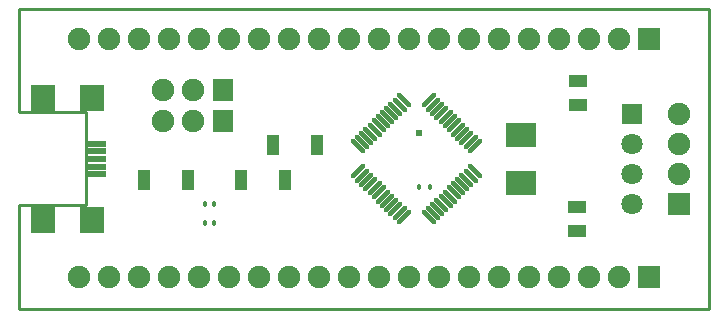
<source format=gts>
G04*
G04 #@! TF.GenerationSoftware,Altium Limited,Altium Designer,20.0.13 (296)*
G04*
G04 Layer_Color=8388736*
%FSLAX24Y24*%
%MOIN*%
G70*
G01*
G75*
%ADD10C,0.0100*%
%ADD21R,0.0640X0.0197*%
%ADD22R,0.0788X0.0867*%
G04:AMPARAMS|DCode=23|XSize=63mil|YSize=14.6mil|CornerRadius=0mil|HoleSize=0mil|Usage=FLASHONLY|Rotation=135.000|XOffset=0mil|YOffset=0mil|HoleType=Round|Shape=Round|*
%AMOVALD23*
21,1,0.0484,0.0146,0.0000,0.0000,135.0*
1,1,0.0146,0.0171,-0.0171*
1,1,0.0146,-0.0171,0.0171*
%
%ADD23OVALD23*%

G04:AMPARAMS|DCode=24|XSize=14.6mil|YSize=63mil|CornerRadius=0mil|HoleSize=0mil|Usage=FLASHONLY|Rotation=135.000|XOffset=0mil|YOffset=0mil|HoleType=Round|Shape=Round|*
%AMOVALD24*
21,1,0.0484,0.0146,0.0000,0.0000,225.0*
1,1,0.0146,0.0171,0.0171*
1,1,0.0146,-0.0171,-0.0171*
%
%ADD24OVALD24*%

%ADD25R,0.0434X0.0709*%
%ADD26R,0.0591X0.0434*%
%ADD27R,0.0985X0.0788*%
%ADD28R,0.0660X0.0749*%
%ADD29C,0.0749*%
%ADD30R,0.0749X0.0749*%
%ADD31C,0.0749*%
%ADD32R,0.0709X0.0709*%
%ADD33C,0.0709*%
%ADD34R,0.0749X0.0749*%
%ADD35C,0.0180*%
%ADD36C,0.0240*%
D10*
X-50Y3400D02*
X2200D01*
X-50Y6500D02*
X2200D01*
X-50Y-50D02*
Y3400D01*
Y6500D02*
Y9950D01*
X2200Y3400D02*
Y6500D01*
X-50Y-50D02*
X22950D01*
Y9950D01*
X-50D02*
X22950D01*
D21*
X2558Y5462D02*
D03*
Y5206D02*
D03*
Y4950D02*
D03*
Y4694D02*
D03*
Y4438D02*
D03*
D22*
X742Y2903D02*
D03*
Y6997D02*
D03*
X2396D02*
D03*
Y2903D02*
D03*
D23*
X15149Y4532D02*
D03*
X15009Y4393D02*
D03*
X14870Y4254D02*
D03*
X14731Y4115D02*
D03*
X14592Y3976D02*
D03*
X14453Y3836D02*
D03*
X14314Y3697D02*
D03*
X14174Y3558D02*
D03*
X14035Y3419D02*
D03*
X13896Y3280D02*
D03*
X13757Y3141D02*
D03*
X13618Y3001D02*
D03*
X11251Y5368D02*
D03*
X11391Y5507D02*
D03*
X11530Y5646D02*
D03*
X11669Y5785D02*
D03*
X11808Y5924D02*
D03*
X11947Y6064D02*
D03*
X12086Y6203D02*
D03*
X12226Y6342D02*
D03*
X12365Y6481D02*
D03*
X12504Y6620D02*
D03*
X12643Y6759D02*
D03*
X12782Y6899D02*
D03*
D24*
Y3001D02*
D03*
X12643Y3141D02*
D03*
X12504Y3280D02*
D03*
X12365Y3419D02*
D03*
X12226Y3558D02*
D03*
X12086Y3697D02*
D03*
X11947Y3836D02*
D03*
X11808Y3976D02*
D03*
X11669Y4115D02*
D03*
X11530Y4254D02*
D03*
X11391Y4393D02*
D03*
X11251Y4532D02*
D03*
X13618Y6899D02*
D03*
X13757Y6759D02*
D03*
X13896Y6620D02*
D03*
X14035Y6481D02*
D03*
X14174Y6342D02*
D03*
X14314Y6203D02*
D03*
X14453Y6064D02*
D03*
X14592Y5924D02*
D03*
X14731Y5785D02*
D03*
X14870Y5646D02*
D03*
X15009Y5507D02*
D03*
X15149Y5368D02*
D03*
D25*
X8828Y4249D02*
D03*
X7372D02*
D03*
X4122D02*
D03*
X5578D02*
D03*
X8422Y5401D02*
D03*
X9878D02*
D03*
D26*
X18600Y6737D02*
D03*
Y7563D02*
D03*
X18550Y2537D02*
D03*
Y3363D02*
D03*
D27*
X16700Y5757D02*
D03*
Y4143D02*
D03*
D28*
X6750Y7250D02*
D03*
Y6200D02*
D03*
D29*
X5750Y7250D02*
D03*
X4750D02*
D03*
X5750Y6200D02*
D03*
X4750D02*
D03*
X19950Y1000D02*
D03*
X18950D02*
D03*
X17950D02*
D03*
X16950D02*
D03*
X15950D02*
D03*
X14950D02*
D03*
X13950D02*
D03*
X12950D02*
D03*
X11950D02*
D03*
X10950D02*
D03*
X9950D02*
D03*
X8950D02*
D03*
X7950D02*
D03*
X6950D02*
D03*
X5950D02*
D03*
X4950D02*
D03*
X3950D02*
D03*
X2950D02*
D03*
X1950D02*
D03*
X19950Y8950D02*
D03*
X18950D02*
D03*
X17950D02*
D03*
X16950D02*
D03*
X15950D02*
D03*
X14950D02*
D03*
X13950D02*
D03*
X12950D02*
D03*
X11950D02*
D03*
X10950D02*
D03*
X9950D02*
D03*
X8950D02*
D03*
X7950D02*
D03*
X6950D02*
D03*
X5950D02*
D03*
X4950D02*
D03*
X3950D02*
D03*
X2950D02*
D03*
X1950D02*
D03*
D30*
X21950Y3450D02*
D03*
D31*
Y4450D02*
D03*
Y5450D02*
D03*
Y6450D02*
D03*
D32*
X20400D02*
D03*
D33*
Y5450D02*
D03*
Y4450D02*
D03*
Y3450D02*
D03*
D34*
X20950Y1000D02*
D03*
Y8950D02*
D03*
D35*
X6150Y2800D02*
D03*
X13300Y4000D02*
D03*
X13650D02*
D03*
X6450Y2800D02*
D03*
Y3450D02*
D03*
X6150D02*
D03*
D36*
X13300Y5800D02*
D03*
M02*

</source>
